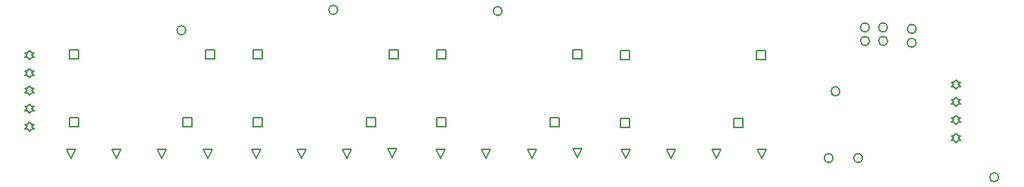
<source format=gbr>
G04*
G04 #@! TF.GenerationSoftware,Altium Limited,Altium Designer,23.0.1 (38)*
G04*
G04 Layer_Color=2752767*
%FSLAX24Y24*%
%MOIN*%
G70*
G04*
G04 #@! TF.SameCoordinates,BEEE6B11-5ECA-4AAD-BFAB-FF97A37F51A9*
G04*
G04*
G04 #@! TF.FilePolarity,Positive*
G04*
G01*
G75*
%ADD13C,0.0050*%
%ADD49C,0.0067*%
D13*
X60948Y43898D02*
X60748Y44298D01*
X61148D01*
X60948Y43898D01*
X66952Y43902D02*
X66752Y44302D01*
X67152D01*
X66952Y43902D01*
X64949Y43899D02*
X64749Y44299D01*
X65149D01*
X64949Y43899D01*
X62948Y43898D02*
X62748Y44298D01*
X63148D01*
X62948Y43898D01*
X60700Y48250D02*
Y48650D01*
X61100D01*
Y48250D01*
X60700D01*
X66700D02*
Y48650D01*
X67100D01*
Y48250D01*
X66700D01*
X65700Y45250D02*
Y45650D01*
X66100D01*
Y45250D01*
X65700D01*
X60700D02*
Y45650D01*
X61100D01*
Y45250D01*
X60700D01*
X36400Y45300D02*
Y45700D01*
X36800D01*
Y45300D01*
X36400D01*
X41400D02*
Y45700D01*
X41800D01*
Y45300D01*
X41400D01*
X42400Y48300D02*
Y48700D01*
X42800D01*
Y48300D01*
X42400D01*
X36400D02*
Y48700D01*
X36800D01*
Y48300D01*
X36400D01*
X36496Y43896D02*
X36296Y44296D01*
X36696D01*
X36496Y43896D01*
X42500Y43900D02*
X42300Y44300D01*
X42700D01*
X42500Y43900D01*
X40497Y43897D02*
X40297Y44297D01*
X40697D01*
X40497Y43897D01*
X38496Y43896D02*
X38296Y44296D01*
X38696D01*
X38496Y43896D01*
X52799Y43899D02*
X52599Y44299D01*
X52999D01*
X52799Y43899D01*
X58803Y43903D02*
X58603Y44303D01*
X59003D01*
X58803Y43903D01*
X56800Y43900D02*
X56600Y44300D01*
X57000D01*
X56800Y43900D01*
X54799Y43899D02*
X54599Y44299D01*
X54999D01*
X54799Y43899D01*
X44500Y48300D02*
Y48700D01*
X44900D01*
Y48300D01*
X44500D01*
X50500D02*
Y48700D01*
X50900D01*
Y48300D01*
X50500D01*
X49500Y45300D02*
Y45700D01*
X49900D01*
Y45300D01*
X49500D01*
X44500D02*
Y45700D01*
X44900D01*
Y45300D01*
X44500D01*
X52600Y48300D02*
Y48700D01*
X53000D01*
Y48300D01*
X52600D01*
X58600D02*
Y48700D01*
X59000D01*
Y48300D01*
X58600D01*
X57600Y45300D02*
Y45700D01*
X58000D01*
Y45300D01*
X57600D01*
X52600D02*
Y45700D01*
X53000D01*
Y45300D01*
X52600D01*
X75500Y44600D02*
X75600Y44700D01*
X75700D01*
X75600Y44800D01*
X75700Y44900D01*
X75600D01*
X75500Y45000D01*
X75400Y44900D01*
X75300D01*
X75400Y44800D01*
X75300Y44700D01*
X75400D01*
X75500Y44600D01*
Y45387D02*
X75600Y45487D01*
X75700D01*
X75600Y45587D01*
X75700Y45687D01*
X75600D01*
X75500Y45787D01*
X75400Y45687D01*
X75300D01*
X75400Y45587D01*
X75300Y45487D01*
X75400D01*
X75500Y45387D01*
Y46175D02*
X75600Y46275D01*
X75700D01*
X75600Y46375D01*
X75700Y46475D01*
X75600D01*
X75500Y46575D01*
X75400Y46475D01*
X75300D01*
X75400Y46375D01*
X75300Y46275D01*
X75400D01*
X75500Y46175D01*
Y46962D02*
X75600Y47062D01*
X75700D01*
X75600Y47162D01*
X75700Y47262D01*
X75600D01*
X75500Y47362D01*
X75400Y47262D01*
X75300D01*
X75400Y47162D01*
X75300Y47062D01*
X75400D01*
X75500Y46962D01*
X34650Y45100D02*
X34750Y45200D01*
X34850D01*
X34750Y45300D01*
X34850Y45400D01*
X34750D01*
X34650Y45500D01*
X34550Y45400D01*
X34450D01*
X34550Y45300D01*
X34450Y45200D01*
X34550D01*
X34650Y45100D01*
Y45888D02*
X34750Y45988D01*
X34850D01*
X34750Y46088D01*
X34850Y46188D01*
X34750D01*
X34650Y46288D01*
X34550Y46188D01*
X34450D01*
X34550Y46088D01*
X34450Y45988D01*
X34550D01*
X34650Y45888D01*
Y46675D02*
X34750Y46775D01*
X34850D01*
X34750Y46875D01*
X34850Y46975D01*
X34750D01*
X34650Y47075D01*
X34550Y46975D01*
X34450D01*
X34550Y46875D01*
X34450Y46775D01*
X34550D01*
X34650Y46675D01*
Y47463D02*
X34750Y47563D01*
X34850D01*
X34750Y47663D01*
X34850Y47763D01*
X34750D01*
X34650Y47863D01*
X34550Y47763D01*
X34450D01*
X34550Y47663D01*
X34450Y47563D01*
X34550D01*
X34650Y47463D01*
Y48250D02*
X34750Y48350D01*
X34850D01*
X34750Y48450D01*
X34850Y48550D01*
X34750D01*
X34650Y48650D01*
X34550Y48550D01*
X34450D01*
X34550Y48450D01*
X34450Y48350D01*
X34550D01*
X34650Y48250D01*
X46649Y43899D02*
X46449Y44299D01*
X46849D01*
X46649Y43899D01*
X48650Y43900D02*
X48450Y44300D01*
X48850D01*
X48650Y43900D01*
X50653Y43903D02*
X50453Y44303D01*
X50853D01*
X50653Y43903D01*
X44649Y43899D02*
X44449Y44299D01*
X44849D01*
X44649Y43899D01*
D49*
X41550Y49550D02*
G03*
X41550Y49550I-200J0D01*
G01*
X70400Y46850D02*
G03*
X70400Y46850I-200J0D01*
G01*
X77400Y43050D02*
G03*
X77400Y43050I-200J0D01*
G01*
X72504Y49075D02*
G03*
X72504Y49075I-200J0D01*
G01*
X71700Y49675D02*
G03*
X71700Y49675I-200J0D01*
G01*
X71704Y49075D02*
G03*
X71704Y49075I-200J0D01*
G01*
X72500Y49675D02*
G03*
X72500Y49675I-200J0D01*
G01*
X48250Y50450D02*
G03*
X48250Y50450I-200J0D01*
G01*
X55500Y50400D02*
G03*
X55500Y50400I-200J0D01*
G01*
X70100Y43900D02*
G03*
X70100Y43900I-200J0D01*
G01*
X73760Y48996D02*
G03*
X73760Y48996I-200J0D01*
G01*
X73766Y49607D02*
G03*
X73766Y49607I-200J0D01*
G01*
X71400Y43900D02*
G03*
X71400Y43900I-200J0D01*
G01*
M02*

</source>
